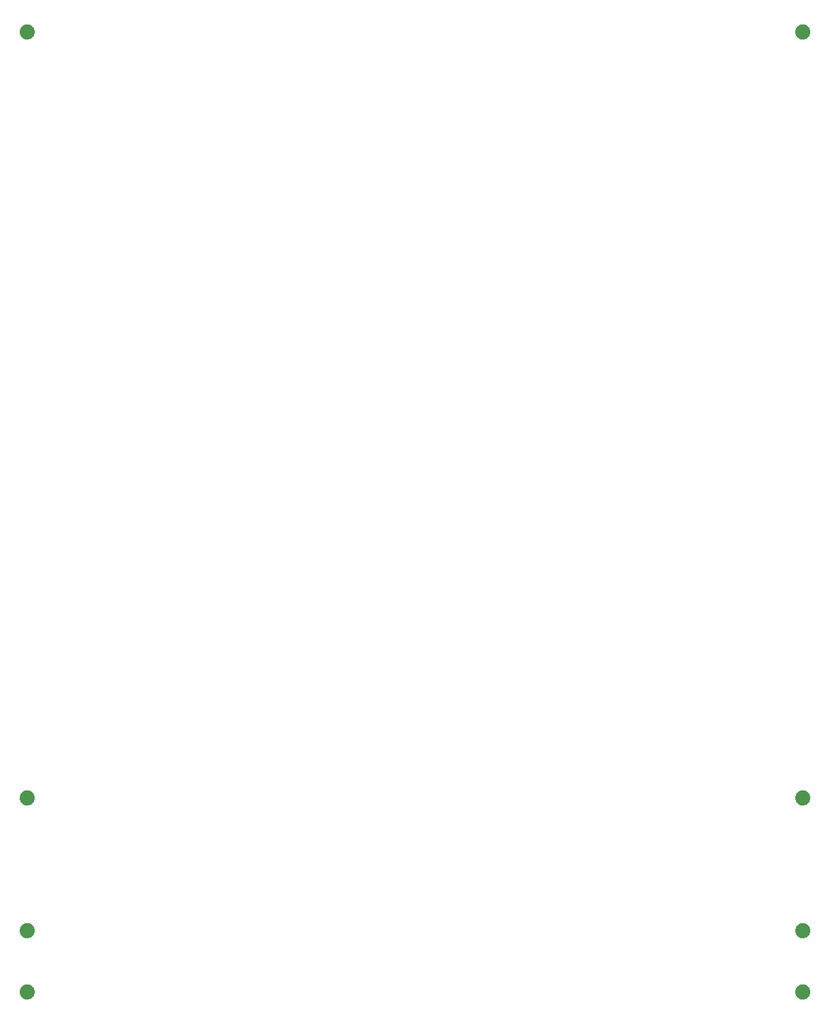
<source format=gbs>
G75*
%MOIN*%
%OFA0B0*%
%FSLAX25Y25*%
%IPPOS*%
%LPD*%
%AMOC8*
5,1,8,0,0,1.08239X$1,22.5*
%
%ADD10C,0.07400*%
D10*
X0011300Y0018524D03*
X0011300Y0048524D03*
X0011300Y0113524D03*
X0011300Y0488524D03*
X0391300Y0488524D03*
X0391300Y0113524D03*
X0391300Y0048524D03*
X0391300Y0018524D03*
M02*

</source>
